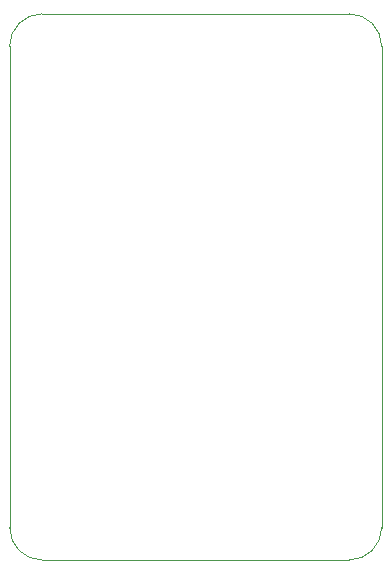
<source format=gbr>
%TF.GenerationSoftware,KiCad,Pcbnew,(5.1.7)-1*%
%TF.CreationDate,2021-09-13T22:56:48+02:00*%
%TF.ProjectId,Airspeed_SensorBoard,41697273-7065-4656-945f-53656e736f72,rev?*%
%TF.SameCoordinates,Original*%
%TF.FileFunction,Profile,NP*%
%FSLAX46Y46*%
G04 Gerber Fmt 4.6, Leading zero omitted, Abs format (unit mm)*
G04 Created by KiCad (PCBNEW (5.1.7)-1) date 2021-09-13 22:56:48*
%MOMM*%
%LPD*%
G01*
G04 APERTURE LIST*
%TA.AperFunction,Profile*%
%ADD10C,0.050000*%
%TD*%
G04 APERTURE END LIST*
D10*
X59750000Y-65250000D02*
X85750000Y-65250000D01*
X57000000Y-21750000D02*
X57000000Y-62500000D01*
X88500000Y-62500000D02*
X88500000Y-21750000D01*
X88500000Y-62500000D02*
G75*
G02*
X85750000Y-65250000I-2750000J0D01*
G01*
X59750000Y-65250000D02*
G75*
G02*
X57000000Y-62500000I0J2750000D01*
G01*
X57000000Y-21750000D02*
G75*
G02*
X59750000Y-19000000I2750000J0D01*
G01*
X85750000Y-19000000D02*
G75*
G02*
X88500000Y-21750000I0J-2750000D01*
G01*
X59750000Y-19000000D02*
X85750000Y-19000000D01*
M02*

</source>
